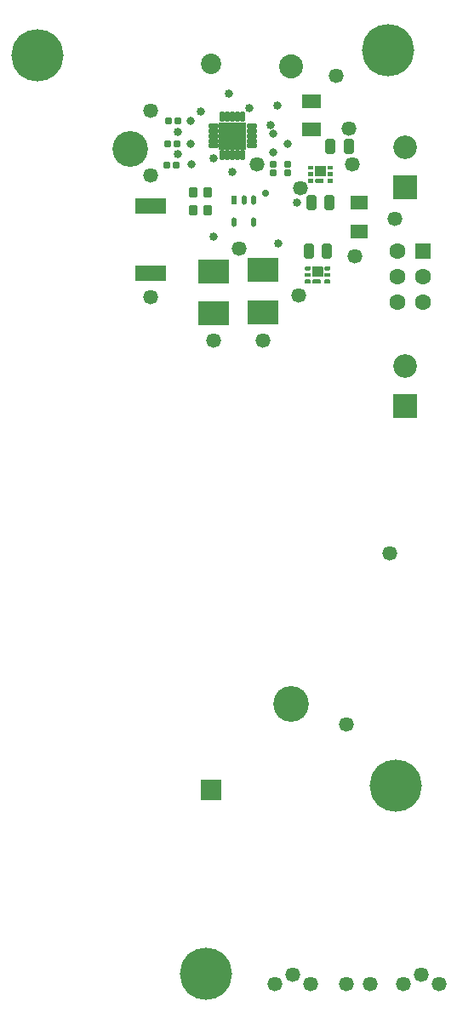
<source format=gbr>
G04*
G04 #@! TF.GenerationSoftware,Altium Limited,Altium Designer,23.10.1 (27)*
G04*
G04 Layer_Color=16711935*
%FSLAX42Y42*%
%MOMM*%
G71*
G04*
G04 #@! TF.SameCoordinates,D788F153-7B32-47A3-9728-DC68925F5BF0*
G04*
G04*
G04 #@! TF.FilePolarity,Negative*
G04*
G01*
G75*
%ADD24C,0.80*%
G04:AMPARAMS|DCode=25|XSize=0.75mm|YSize=0.7mm|CornerRadius=0.16mm|HoleSize=0mm|Usage=FLASHONLY|Rotation=90.000|XOffset=0mm|YOffset=0mm|HoleType=Round|Shape=RoundedRectangle|*
%AMROUNDEDRECTD25*
21,1,0.75,0.38,0,0,90.0*
21,1,0.43,0.70,0,0,90.0*
1,1,0.33,0.19,0.21*
1,1,0.33,0.19,-0.21*
1,1,0.33,-0.19,-0.21*
1,1,0.33,-0.19,0.21*
%
%ADD25ROUNDEDRECTD25*%
%ADD27R,2.35X2.35*%
%ADD28C,2.35*%
%ADD29C,1.60*%
%ADD30C,5.20*%
%ADD31R,1.60X1.60*%
%ADD32R,2.02X2.02*%
%ADD33C,2.02*%
%ADD34C,3.55*%
%ADD35C,2.39*%
%ADD36C,0.84*%
%ADD37C,1.47*%
%ADD38C,0.71*%
G04:AMPARAMS|DCode=80|XSize=0.94mm|YSize=0.49mm|CornerRadius=0.24mm|HoleSize=0mm|Usage=FLASHONLY|Rotation=270.000|XOffset=0mm|YOffset=0mm|HoleType=Round|Shape=RoundedRectangle|*
%AMROUNDEDRECTD80*
21,1,0.94,0.00,0,0,270.0*
21,1,0.45,0.49,0,0,270.0*
1,1,0.49,0.00,-0.23*
1,1,0.49,0.00,0.23*
1,1,0.49,0.00,0.23*
1,1,0.49,0.00,-0.23*
%
%ADD80ROUNDEDRECTD80*%
%ADD82R,0.49X0.94*%
%ADD83R,1.81X1.36*%
%ADD87R,1.95X1.35*%
%ADD88R,3.10X2.45*%
%ADD89R,3.10X1.65*%
%ADD90R,2.80X2.80*%
G04:AMPARAMS|DCode=91|XSize=1.09mm|YSize=0.46mm|CornerRadius=0.13mm|HoleSize=0mm|Usage=FLASHONLY|Rotation=90.000|XOffset=0mm|YOffset=0mm|HoleType=Round|Shape=RoundedRectangle|*
%AMROUNDEDRECTD91*
21,1,1.09,0.20,0,0,90.0*
21,1,0.83,0.46,0,0,90.0*
1,1,0.27,0.10,0.41*
1,1,0.27,0.10,-0.41*
1,1,0.27,-0.10,-0.41*
1,1,0.27,-0.10,0.41*
%
%ADD91ROUNDEDRECTD91*%
G04:AMPARAMS|DCode=92|XSize=1.09mm|YSize=0.46mm|CornerRadius=0.13mm|HoleSize=0mm|Usage=FLASHONLY|Rotation=180.000|XOffset=0mm|YOffset=0mm|HoleType=Round|Shape=RoundedRectangle|*
%AMROUNDEDRECTD92*
21,1,1.09,0.20,0,0,180.0*
21,1,0.83,0.46,0,0,180.0*
1,1,0.27,-0.41,0.10*
1,1,0.27,0.41,0.10*
1,1,0.27,0.41,-0.10*
1,1,0.27,-0.41,-0.10*
%
%ADD92ROUNDEDRECTD92*%
G04:AMPARAMS|DCode=93|XSize=0.75mm|YSize=0.7mm|CornerRadius=0.16mm|HoleSize=0mm|Usage=FLASHONLY|Rotation=0.000|XOffset=0mm|YOffset=0mm|HoleType=Round|Shape=RoundedRectangle|*
%AMROUNDEDRECTD93*
21,1,0.75,0.38,0,0,0.0*
21,1,0.43,0.70,0,0,0.0*
1,1,0.33,0.21,-0.19*
1,1,0.33,-0.21,-0.19*
1,1,0.33,-0.21,0.19*
1,1,0.33,0.21,0.19*
%
%ADD93ROUNDEDRECTD93*%
G04:AMPARAMS|DCode=94|XSize=1.5mm|YSize=0.96mm|CornerRadius=0.2mm|HoleSize=0mm|Usage=FLASHONLY|Rotation=90.000|XOffset=0mm|YOffset=0mm|HoleType=Round|Shape=RoundedRectangle|*
%AMROUNDEDRECTD94*
21,1,1.50,0.57,0,0,90.0*
21,1,1.11,0.96,0,0,90.0*
1,1,0.39,0.28,0.56*
1,1,0.39,0.28,-0.56*
1,1,0.39,-0.28,-0.56*
1,1,0.39,-0.28,0.56*
%
%ADD94ROUNDEDRECTD94*%
G04:AMPARAMS|DCode=95|XSize=0.96mm|YSize=0.86mm|CornerRadius=0.18mm|HoleSize=0mm|Usage=FLASHONLY|Rotation=90.000|XOffset=0mm|YOffset=0mm|HoleType=Round|Shape=RoundedRectangle|*
%AMROUNDEDRECTD95*
21,1,0.96,0.50,0,0,90.0*
21,1,0.59,0.86,0,0,90.0*
1,1,0.37,0.25,0.30*
1,1,0.37,0.25,-0.30*
1,1,0.37,-0.25,-0.30*
1,1,0.37,-0.25,0.30*
%
%ADD95ROUNDEDRECTD95*%
G36*
X683Y1863D02*
X683Y1863D01*
X684Y1863D01*
X684Y1863D01*
X685Y1863D01*
X685Y1863D01*
X686Y1862D01*
X686Y1862D01*
X687Y1862D01*
X687Y1862D01*
X688Y1861D01*
X688Y1861D01*
X689Y1861D01*
X689Y1860D01*
X689Y1860D01*
X690Y1860D01*
X690Y1859D01*
X690Y1859D01*
X691Y1858D01*
X691Y1858D01*
X691Y1858D01*
X692Y1857D01*
X692Y1857D01*
X692Y1856D01*
X692Y1856D01*
X692Y1855D01*
X692Y1855D01*
X692Y1854D01*
X692Y1854D01*
X692Y1853D01*
Y1833D01*
X692Y1832D01*
X692Y1832D01*
X692Y1831D01*
X692Y1831D01*
X692Y1830D01*
X692Y1830D01*
X692Y1829D01*
X692Y1829D01*
X691Y1828D01*
X691Y1828D01*
X691Y1828D01*
X690Y1827D01*
X690Y1827D01*
X690Y1826D01*
X689Y1826D01*
X689Y1826D01*
X689Y1825D01*
X688Y1825D01*
X688Y1825D01*
X687Y1824D01*
X687Y1824D01*
X686Y1824D01*
X686Y1824D01*
X685Y1823D01*
X685Y1823D01*
X684Y1823D01*
X684Y1823D01*
X683Y1823D01*
X683Y1823D01*
X682Y1823D01*
X647D01*
X647Y1823D01*
X646Y1823D01*
X646Y1823D01*
X645Y1823D01*
X645Y1823D01*
X644Y1823D01*
X644Y1824D01*
X643Y1824D01*
X643Y1824D01*
X642Y1824D01*
X642Y1825D01*
X642Y1825D01*
X641Y1825D01*
X641Y1826D01*
X640Y1826D01*
X640Y1826D01*
X640Y1827D01*
X639Y1827D01*
X639Y1828D01*
X639Y1828D01*
X638Y1828D01*
X638Y1829D01*
X638Y1829D01*
X638Y1830D01*
X638Y1830D01*
X638Y1831D01*
X638Y1831D01*
X637Y1832D01*
X637Y1832D01*
X637Y1833D01*
Y1853D01*
X637Y1854D01*
X637Y1854D01*
X638Y1855D01*
X638Y1855D01*
X638Y1856D01*
X638Y1856D01*
X638Y1857D01*
X638Y1857D01*
X638Y1858D01*
X639Y1858D01*
X639Y1858D01*
X639Y1859D01*
X640Y1859D01*
X640Y1860D01*
X640Y1860D01*
X641Y1860D01*
X641Y1861D01*
X642Y1861D01*
X642Y1861D01*
X642Y1862D01*
X643Y1862D01*
X643Y1862D01*
X644Y1862D01*
X644Y1863D01*
X645Y1863D01*
X645Y1863D01*
X646Y1863D01*
X646Y1863D01*
X647Y1863D01*
X647Y1863D01*
X682D01*
X683Y1863D01*
D02*
G37*
G36*
X488D02*
X488Y1863D01*
X489Y1863D01*
X489Y1863D01*
X490Y1863D01*
X490Y1863D01*
X491Y1862D01*
X491Y1862D01*
X492Y1862D01*
X492Y1862D01*
X493Y1861D01*
X493Y1861D01*
X494Y1861D01*
X494Y1860D01*
X494Y1860D01*
X495Y1860D01*
X495Y1859D01*
X495Y1859D01*
X496Y1858D01*
X496Y1858D01*
X496Y1858D01*
X497Y1857D01*
X497Y1857D01*
X497Y1856D01*
X497Y1856D01*
X497Y1855D01*
X497Y1855D01*
X497Y1854D01*
X497Y1854D01*
X497Y1853D01*
Y1833D01*
X497Y1832D01*
X497Y1832D01*
X497Y1831D01*
X497Y1831D01*
X497Y1830D01*
X497Y1830D01*
X497Y1829D01*
X497Y1829D01*
X496Y1828D01*
X496Y1828D01*
X496Y1828D01*
X495Y1827D01*
X495Y1827D01*
X495Y1826D01*
X494Y1826D01*
X494Y1826D01*
X494Y1825D01*
X493Y1825D01*
X493Y1825D01*
X492Y1824D01*
X492Y1824D01*
X491Y1824D01*
X491Y1824D01*
X490Y1823D01*
X490Y1823D01*
X489Y1823D01*
X489Y1823D01*
X488Y1823D01*
X488Y1823D01*
X487Y1823D01*
X452D01*
X452Y1823D01*
X451Y1823D01*
X451Y1823D01*
X450Y1823D01*
X450Y1823D01*
X449Y1823D01*
X449Y1824D01*
X448Y1824D01*
X448Y1824D01*
X447Y1824D01*
X447Y1825D01*
X447Y1825D01*
X446Y1825D01*
X446Y1826D01*
X445Y1826D01*
X445Y1826D01*
X445Y1827D01*
X444Y1827D01*
X444Y1828D01*
X444Y1828D01*
X443Y1828D01*
X443Y1829D01*
X443Y1829D01*
X443Y1830D01*
X443Y1830D01*
X443Y1831D01*
X443Y1831D01*
X442Y1832D01*
X442Y1832D01*
X442Y1833D01*
Y1853D01*
X442Y1854D01*
X442Y1854D01*
X443Y1855D01*
X443Y1855D01*
X443Y1856D01*
X443Y1856D01*
X443Y1857D01*
X443Y1857D01*
X443Y1858D01*
X444Y1858D01*
X444Y1858D01*
X444Y1859D01*
X445Y1859D01*
X445Y1860D01*
X445Y1860D01*
X446Y1860D01*
X446Y1861D01*
X447Y1861D01*
X447Y1861D01*
X447Y1862D01*
X448Y1862D01*
X448Y1862D01*
X449Y1862D01*
X449Y1863D01*
X450Y1863D01*
X450Y1863D01*
X451Y1863D01*
X451Y1863D01*
X452Y1863D01*
X452Y1863D01*
X487D01*
X488Y1863D01*
D02*
G37*
G36*
X683Y1798D02*
X683Y1798D01*
X684Y1798D01*
X684Y1798D01*
X685Y1798D01*
X685Y1798D01*
X686Y1797D01*
X686Y1797D01*
X687Y1797D01*
X687Y1797D01*
X688Y1796D01*
X688Y1796D01*
X689Y1796D01*
X689Y1795D01*
X689Y1795D01*
X690Y1795D01*
X690Y1794D01*
X690Y1794D01*
X691Y1793D01*
X691Y1793D01*
X691Y1793D01*
X692Y1792D01*
X692Y1792D01*
X692Y1791D01*
X692Y1791D01*
X692Y1790D01*
X692Y1790D01*
X692Y1789D01*
X692Y1789D01*
X692Y1788D01*
Y1768D01*
X692Y1767D01*
X692Y1767D01*
X692Y1766D01*
X692Y1766D01*
X692Y1765D01*
X692Y1765D01*
X692Y1764D01*
X692Y1764D01*
X691Y1763D01*
X691Y1763D01*
X691Y1763D01*
X690Y1762D01*
X690Y1762D01*
X690Y1761D01*
X689Y1761D01*
X689Y1761D01*
X689Y1760D01*
X688Y1760D01*
X688Y1760D01*
X687Y1759D01*
X687Y1759D01*
X686Y1759D01*
X686Y1759D01*
X685Y1758D01*
X685Y1758D01*
X684Y1758D01*
X684Y1758D01*
X683Y1758D01*
X683Y1758D01*
X682Y1758D01*
X647D01*
X647Y1758D01*
X646Y1758D01*
X646Y1758D01*
X645Y1758D01*
X645Y1758D01*
X644Y1758D01*
X644Y1759D01*
X643Y1759D01*
X643Y1759D01*
X642Y1759D01*
X642Y1760D01*
X642Y1760D01*
X641Y1760D01*
X641Y1761D01*
X640Y1761D01*
X640Y1761D01*
X640Y1762D01*
X639Y1762D01*
X639Y1763D01*
X639Y1763D01*
X638Y1763D01*
X638Y1764D01*
X638Y1764D01*
X638Y1765D01*
X638Y1765D01*
X638Y1766D01*
X638Y1766D01*
X637Y1767D01*
X637Y1767D01*
X637Y1768D01*
Y1788D01*
X637Y1789D01*
X637Y1789D01*
X638Y1790D01*
X638Y1790D01*
X638Y1791D01*
X638Y1791D01*
X638Y1792D01*
X638Y1792D01*
X638Y1793D01*
X639Y1793D01*
X639Y1793D01*
X639Y1794D01*
X640Y1794D01*
X640Y1795D01*
X640Y1795D01*
X641Y1795D01*
X641Y1796D01*
X642Y1796D01*
X642Y1796D01*
X642Y1797D01*
X643Y1797D01*
X643Y1797D01*
X644Y1797D01*
X644Y1798D01*
X645Y1798D01*
X645Y1798D01*
X646Y1798D01*
X646Y1798D01*
X647Y1798D01*
X647Y1798D01*
X682D01*
X683Y1798D01*
D02*
G37*
G36*
X613Y1863D02*
X613Y1863D01*
X614Y1863D01*
X614Y1863D01*
X615Y1863D01*
X615Y1863D01*
X616Y1862D01*
X616Y1862D01*
X617Y1862D01*
X617Y1862D01*
X618Y1861D01*
X618Y1861D01*
X619Y1861D01*
X619Y1860D01*
X619Y1860D01*
X620Y1860D01*
X620Y1859D01*
X620Y1859D01*
X621Y1858D01*
X621Y1858D01*
X621Y1858D01*
X622Y1857D01*
X622Y1857D01*
X622Y1856D01*
X622Y1856D01*
X622Y1855D01*
X622Y1855D01*
X622Y1854D01*
X622Y1854D01*
X622Y1853D01*
Y1768D01*
X622Y1767D01*
X622Y1767D01*
X622Y1766D01*
X622Y1766D01*
X622Y1765D01*
X622Y1765D01*
X622Y1764D01*
X622Y1764D01*
X621Y1763D01*
X621Y1763D01*
X621Y1763D01*
X620Y1762D01*
X620Y1762D01*
X620Y1761D01*
X619Y1761D01*
X619Y1761D01*
X619Y1760D01*
X618Y1760D01*
X618Y1760D01*
X617Y1759D01*
X617Y1759D01*
X616Y1759D01*
X616Y1759D01*
X615Y1758D01*
X615Y1758D01*
X614Y1758D01*
X614Y1758D01*
X613Y1758D01*
X613Y1758D01*
X612Y1758D01*
X522D01*
X522Y1758D01*
X521Y1758D01*
X521Y1758D01*
X520Y1758D01*
X520Y1758D01*
X519Y1758D01*
X519Y1759D01*
X518Y1759D01*
X518Y1759D01*
X517Y1759D01*
X517Y1760D01*
X517Y1760D01*
X516Y1760D01*
X516Y1761D01*
X515Y1761D01*
X515Y1761D01*
X515Y1762D01*
X514Y1762D01*
X514Y1763D01*
X514Y1763D01*
X513Y1763D01*
X513Y1764D01*
X513Y1764D01*
X513Y1765D01*
X513Y1765D01*
X513Y1766D01*
X513Y1766D01*
X512Y1767D01*
X512Y1767D01*
X512Y1768D01*
Y1853D01*
X512Y1854D01*
X512Y1854D01*
X513Y1855D01*
X513Y1855D01*
X513Y1856D01*
X513Y1856D01*
X513Y1857D01*
X513Y1857D01*
X513Y1858D01*
X514Y1858D01*
X514Y1858D01*
X514Y1859D01*
X515Y1859D01*
X515Y1860D01*
X515Y1860D01*
X516Y1860D01*
X516Y1861D01*
X517Y1861D01*
X517Y1861D01*
X517Y1862D01*
X518Y1862D01*
X518Y1862D01*
X519Y1862D01*
X519Y1863D01*
X520Y1863D01*
X520Y1863D01*
X521Y1863D01*
X521Y1863D01*
X522Y1863D01*
X522Y1863D01*
X612D01*
X613Y1863D01*
D02*
G37*
G36*
X488Y1798D02*
X488Y1798D01*
X489Y1798D01*
X489Y1798D01*
X490Y1798D01*
X490Y1798D01*
X491Y1797D01*
X491Y1797D01*
X492Y1797D01*
X492Y1797D01*
X493Y1796D01*
X493Y1796D01*
X494Y1796D01*
X494Y1795D01*
X494Y1795D01*
X495Y1795D01*
X495Y1794D01*
X495Y1794D01*
X496Y1793D01*
X496Y1793D01*
X496Y1793D01*
X497Y1792D01*
X497Y1792D01*
X497Y1791D01*
X497Y1791D01*
X497Y1790D01*
X497Y1790D01*
X497Y1789D01*
X497Y1789D01*
X497Y1788D01*
Y1768D01*
X497Y1767D01*
X497Y1767D01*
X497Y1766D01*
X497Y1766D01*
X497Y1765D01*
X497Y1765D01*
X497Y1764D01*
X497Y1764D01*
X496Y1763D01*
X496Y1763D01*
X496Y1763D01*
X495Y1762D01*
X495Y1762D01*
X495Y1761D01*
X494Y1761D01*
X494Y1761D01*
X494Y1760D01*
X493Y1760D01*
X493Y1760D01*
X492Y1759D01*
X492Y1759D01*
X491Y1759D01*
X491Y1759D01*
X490Y1758D01*
X490Y1758D01*
X489Y1758D01*
X489Y1758D01*
X488Y1758D01*
X488Y1758D01*
X487Y1758D01*
X452D01*
X452Y1758D01*
X451Y1758D01*
X451Y1758D01*
X450Y1758D01*
X450Y1758D01*
X449Y1758D01*
X449Y1759D01*
X448Y1759D01*
X448Y1759D01*
X447Y1759D01*
X447Y1760D01*
X447Y1760D01*
X446Y1760D01*
X446Y1761D01*
X445Y1761D01*
X445Y1761D01*
X445Y1762D01*
X444Y1762D01*
X444Y1763D01*
X444Y1763D01*
X443Y1763D01*
X443Y1764D01*
X443Y1764D01*
X443Y1765D01*
X443Y1765D01*
X443Y1766D01*
X443Y1766D01*
X442Y1767D01*
X442Y1767D01*
X442Y1768D01*
Y1788D01*
X442Y1789D01*
X442Y1789D01*
X443Y1790D01*
X443Y1790D01*
X443Y1791D01*
X443Y1791D01*
X443Y1792D01*
X443Y1792D01*
X443Y1793D01*
X444Y1793D01*
X444Y1793D01*
X444Y1794D01*
X445Y1794D01*
X445Y1795D01*
X445Y1795D01*
X446Y1795D01*
X446Y1796D01*
X447Y1796D01*
X447Y1796D01*
X447Y1797D01*
X448Y1797D01*
X448Y1797D01*
X449Y1797D01*
X449Y1798D01*
X450Y1798D01*
X450Y1798D01*
X451Y1798D01*
X451Y1798D01*
X452Y1798D01*
X452Y1798D01*
X487D01*
X488Y1798D01*
D02*
G37*
G36*
X683Y1733D02*
X683Y1733D01*
X684Y1733D01*
X684Y1733D01*
X685Y1733D01*
X685Y1733D01*
X686Y1732D01*
X686Y1732D01*
X687Y1732D01*
X687Y1732D01*
X688Y1731D01*
X688Y1731D01*
X689Y1731D01*
X689Y1730D01*
X689Y1730D01*
X690Y1730D01*
X690Y1729D01*
X690Y1729D01*
X691Y1728D01*
X691Y1728D01*
X691Y1728D01*
X692Y1727D01*
X692Y1727D01*
X692Y1726D01*
X692Y1726D01*
X692Y1725D01*
X692Y1725D01*
X692Y1724D01*
X692Y1724D01*
X692Y1723D01*
Y1703D01*
X692Y1702D01*
X692Y1702D01*
X692Y1701D01*
X692Y1701D01*
X692Y1700D01*
X692Y1700D01*
X692Y1699D01*
X692Y1699D01*
X691Y1698D01*
X691Y1698D01*
X691Y1698D01*
X690Y1697D01*
X690Y1697D01*
X690Y1696D01*
X689Y1696D01*
X689Y1696D01*
X689Y1695D01*
X688Y1695D01*
X688Y1695D01*
X687Y1694D01*
X687Y1694D01*
X686Y1694D01*
X686Y1694D01*
X685Y1693D01*
X685Y1693D01*
X684Y1693D01*
X684Y1693D01*
X683Y1693D01*
X683Y1693D01*
X682Y1693D01*
X647D01*
X647Y1693D01*
X646Y1693D01*
X646Y1693D01*
X645Y1693D01*
X645Y1693D01*
X644Y1693D01*
X644Y1694D01*
X643Y1694D01*
X643Y1694D01*
X642Y1694D01*
X642Y1695D01*
X642Y1695D01*
X641Y1695D01*
X641Y1696D01*
X640Y1696D01*
X640Y1696D01*
X640Y1697D01*
X639Y1697D01*
X639Y1698D01*
X639Y1698D01*
X638Y1698D01*
X638Y1699D01*
X638Y1699D01*
X638Y1700D01*
X638Y1700D01*
X638Y1701D01*
X638Y1701D01*
X637Y1702D01*
X637Y1702D01*
X637Y1703D01*
Y1723D01*
X637Y1724D01*
X637Y1724D01*
X638Y1725D01*
X638Y1725D01*
X638Y1726D01*
X638Y1726D01*
X638Y1727D01*
X638Y1727D01*
X638Y1728D01*
X639Y1728D01*
X639Y1728D01*
X639Y1729D01*
X640Y1729D01*
X640Y1730D01*
X640Y1730D01*
X641Y1730D01*
X641Y1731D01*
X642Y1731D01*
X642Y1731D01*
X642Y1732D01*
X643Y1732D01*
X643Y1732D01*
X644Y1732D01*
X644Y1733D01*
X645Y1733D01*
X645Y1733D01*
X646Y1733D01*
X646Y1733D01*
X647Y1733D01*
X647Y1733D01*
X682D01*
X683Y1733D01*
D02*
G37*
G36*
X591D02*
X591Y1733D01*
X592Y1733D01*
X592Y1733D01*
X593Y1733D01*
X593Y1733D01*
X594Y1732D01*
X594Y1732D01*
X595Y1732D01*
X595Y1732D01*
X596Y1731D01*
X596Y1731D01*
X597Y1731D01*
X597Y1730D01*
X597Y1730D01*
X598Y1730D01*
X598Y1729D01*
X598Y1729D01*
X599Y1728D01*
X599Y1728D01*
X599Y1728D01*
X600Y1727D01*
X600Y1727D01*
X600Y1726D01*
X600Y1726D01*
X600Y1725D01*
X600Y1725D01*
X600Y1724D01*
X600Y1724D01*
X600Y1723D01*
Y1703D01*
X600Y1702D01*
X600Y1702D01*
X600Y1701D01*
X600Y1701D01*
X600Y1700D01*
X600Y1700D01*
X600Y1699D01*
X600Y1699D01*
X599Y1698D01*
X599Y1698D01*
X599Y1698D01*
X598Y1697D01*
X598Y1697D01*
X598Y1696D01*
X597Y1696D01*
X597Y1696D01*
X597Y1695D01*
X596Y1695D01*
X596Y1695D01*
X595Y1694D01*
X595Y1694D01*
X594Y1694D01*
X594Y1694D01*
X593Y1693D01*
X593Y1693D01*
X592Y1693D01*
X592Y1693D01*
X591Y1693D01*
X591Y1693D01*
X590Y1693D01*
X525D01*
X525Y1693D01*
X524Y1693D01*
X524Y1693D01*
X523Y1693D01*
X523Y1693D01*
X522Y1693D01*
X522Y1694D01*
X521Y1694D01*
X521Y1694D01*
X520Y1694D01*
X520Y1695D01*
X520Y1695D01*
X519Y1695D01*
X519Y1696D01*
X518Y1696D01*
X518Y1696D01*
X518Y1697D01*
X517Y1697D01*
X517Y1698D01*
X517Y1698D01*
X516Y1698D01*
X516Y1699D01*
X516Y1699D01*
X516Y1700D01*
X516Y1700D01*
X516Y1701D01*
X516Y1701D01*
X515Y1702D01*
X515Y1702D01*
X515Y1703D01*
Y1723D01*
X515Y1724D01*
X515Y1724D01*
X516Y1725D01*
X516Y1725D01*
X516Y1726D01*
X516Y1726D01*
X516Y1727D01*
X516Y1727D01*
X516Y1728D01*
X517Y1728D01*
X517Y1728D01*
X517Y1729D01*
X518Y1729D01*
X518Y1730D01*
X518Y1730D01*
X519Y1730D01*
X519Y1731D01*
X520Y1731D01*
X520Y1731D01*
X520Y1732D01*
X521Y1732D01*
X521Y1732D01*
X522Y1732D01*
X522Y1733D01*
X523Y1733D01*
X523Y1733D01*
X524Y1733D01*
X524Y1733D01*
X525Y1733D01*
X525Y1733D01*
X590D01*
X591Y1733D01*
D02*
G37*
G36*
X488D02*
X488Y1733D01*
X489Y1733D01*
X489Y1733D01*
X490Y1733D01*
X490Y1733D01*
X491Y1732D01*
X491Y1732D01*
X492Y1732D01*
X492Y1732D01*
X493Y1731D01*
X493Y1731D01*
X494Y1731D01*
X494Y1730D01*
X494Y1730D01*
X495Y1730D01*
X495Y1729D01*
X495Y1729D01*
X496Y1728D01*
X496Y1728D01*
X496Y1728D01*
X497Y1727D01*
X497Y1727D01*
X497Y1726D01*
X497Y1726D01*
X497Y1725D01*
X497Y1725D01*
X497Y1724D01*
X497Y1724D01*
X497Y1723D01*
Y1703D01*
X497Y1702D01*
X497Y1702D01*
X497Y1701D01*
X497Y1701D01*
X497Y1700D01*
X497Y1700D01*
X497Y1699D01*
X497Y1699D01*
X496Y1698D01*
X496Y1698D01*
X496Y1698D01*
X495Y1697D01*
X495Y1697D01*
X495Y1696D01*
X494Y1696D01*
X494Y1696D01*
X494Y1695D01*
X493Y1695D01*
X493Y1695D01*
X492Y1694D01*
X492Y1694D01*
X491Y1694D01*
X491Y1694D01*
X490Y1693D01*
X490Y1693D01*
X489Y1693D01*
X489Y1693D01*
X488Y1693D01*
X488Y1693D01*
X487Y1693D01*
X452D01*
X452Y1693D01*
X451Y1693D01*
X451Y1693D01*
X450Y1693D01*
X450Y1693D01*
X449Y1693D01*
X449Y1694D01*
X448Y1694D01*
X448Y1694D01*
X447Y1694D01*
X447Y1695D01*
X447Y1695D01*
X446Y1695D01*
X446Y1696D01*
X445Y1696D01*
X445Y1696D01*
X445Y1697D01*
X444Y1697D01*
X444Y1698D01*
X444Y1698D01*
X443Y1698D01*
X443Y1699D01*
X443Y1699D01*
X443Y1700D01*
X443Y1700D01*
X443Y1701D01*
X443Y1701D01*
X442Y1702D01*
X442Y1702D01*
X442Y1703D01*
Y1723D01*
X442Y1724D01*
X442Y1724D01*
X443Y1725D01*
X443Y1725D01*
X443Y1726D01*
X443Y1726D01*
X443Y1727D01*
X443Y1727D01*
X443Y1728D01*
X444Y1728D01*
X444Y1728D01*
X444Y1729D01*
X445Y1729D01*
X445Y1730D01*
X445Y1730D01*
X446Y1730D01*
X446Y1731D01*
X447Y1731D01*
X447Y1731D01*
X447Y1732D01*
X448Y1732D01*
X448Y1732D01*
X449Y1732D01*
X449Y1733D01*
X450Y1733D01*
X450Y1733D01*
X451Y1733D01*
X451Y1733D01*
X452Y1733D01*
X452Y1733D01*
X487D01*
X488Y1733D01*
D02*
G37*
G36*
X712Y2866D02*
X713Y2866D01*
X713Y2866D01*
X714Y2866D01*
X714Y2866D01*
X715Y2866D01*
X715Y2866D01*
X716Y2865D01*
X716Y2865D01*
X717Y2865D01*
X717Y2865D01*
X718Y2864D01*
X718Y2864D01*
X719Y2864D01*
X719Y2863D01*
X719Y2863D01*
X720Y2863D01*
X720Y2862D01*
X720Y2862D01*
X721Y2861D01*
X721Y2861D01*
X721Y2860D01*
X721Y2860D01*
X721Y2859D01*
X722Y2859D01*
X722Y2858D01*
X722Y2858D01*
X722Y2857D01*
X722Y2857D01*
X722Y2856D01*
Y2836D01*
X722Y2836D01*
X722Y2835D01*
X722Y2835D01*
X722Y2834D01*
X722Y2834D01*
X721Y2833D01*
X721Y2833D01*
X721Y2832D01*
X721Y2832D01*
X721Y2831D01*
X720Y2831D01*
X720Y2830D01*
X720Y2830D01*
X719Y2830D01*
X719Y2829D01*
X719Y2829D01*
X718Y2829D01*
X718Y2828D01*
X717Y2828D01*
X717Y2828D01*
X716Y2827D01*
X716Y2827D01*
X715Y2827D01*
X715Y2827D01*
X714Y2827D01*
X714Y2827D01*
X713Y2826D01*
X713Y2826D01*
X712Y2826D01*
X712Y2826D01*
X677D01*
X676Y2826D01*
X676Y2826D01*
X675Y2826D01*
X675Y2827D01*
X674Y2827D01*
X674Y2827D01*
X673Y2827D01*
X673Y2827D01*
X672Y2827D01*
X672Y2828D01*
X671Y2828D01*
X671Y2828D01*
X671Y2829D01*
X670Y2829D01*
X670Y2829D01*
X669Y2830D01*
X669Y2830D01*
X669Y2830D01*
X669Y2831D01*
X668Y2831D01*
X668Y2832D01*
X668Y2832D01*
X668Y2833D01*
X667Y2833D01*
X667Y2834D01*
X667Y2834D01*
X667Y2835D01*
X667Y2835D01*
X667Y2836D01*
X667Y2836D01*
Y2856D01*
X667Y2857D01*
X667Y2857D01*
X667Y2858D01*
X667Y2858D01*
X667Y2859D01*
X667Y2859D01*
X668Y2860D01*
X668Y2860D01*
X668Y2861D01*
X668Y2861D01*
X669Y2862D01*
X669Y2862D01*
X669Y2863D01*
X669Y2863D01*
X670Y2863D01*
X670Y2864D01*
X671Y2864D01*
X671Y2864D01*
X671Y2865D01*
X672Y2865D01*
X672Y2865D01*
X673Y2865D01*
X673Y2866D01*
X674Y2866D01*
X674Y2866D01*
X675Y2866D01*
X675Y2866D01*
X676Y2866D01*
X676Y2866D01*
X677Y2866D01*
X712D01*
X712Y2866D01*
D02*
G37*
G36*
X517D02*
X518Y2866D01*
X518Y2866D01*
X519Y2866D01*
X519Y2866D01*
X520Y2866D01*
X520Y2866D01*
X521Y2865D01*
X521Y2865D01*
X522Y2865D01*
X522Y2865D01*
X523Y2864D01*
X523Y2864D01*
X524Y2864D01*
X524Y2863D01*
X524Y2863D01*
X525Y2863D01*
X525Y2862D01*
X525Y2862D01*
X526Y2861D01*
X526Y2861D01*
X526Y2860D01*
X526Y2860D01*
X526Y2859D01*
X527Y2859D01*
X527Y2858D01*
X527Y2858D01*
X527Y2857D01*
X527Y2857D01*
X527Y2856D01*
Y2836D01*
X527Y2836D01*
X527Y2835D01*
X527Y2835D01*
X527Y2834D01*
X527Y2834D01*
X526Y2833D01*
X526Y2833D01*
X526Y2832D01*
X526Y2832D01*
X526Y2831D01*
X525Y2831D01*
X525Y2830D01*
X525Y2830D01*
X524Y2830D01*
X524Y2829D01*
X524Y2829D01*
X523Y2829D01*
X523Y2828D01*
X522Y2828D01*
X522Y2828D01*
X521Y2827D01*
X521Y2827D01*
X520Y2827D01*
X520Y2827D01*
X519Y2827D01*
X519Y2827D01*
X518Y2826D01*
X518Y2826D01*
X517Y2826D01*
X517Y2826D01*
X482D01*
X481Y2826D01*
X481Y2826D01*
X480Y2826D01*
X480Y2827D01*
X479Y2827D01*
X479Y2827D01*
X478Y2827D01*
X478Y2827D01*
X477Y2827D01*
X477Y2828D01*
X476Y2828D01*
X476Y2828D01*
X476Y2829D01*
X475Y2829D01*
X475Y2829D01*
X474Y2830D01*
X474Y2830D01*
X474Y2830D01*
X474Y2831D01*
X473Y2831D01*
X473Y2832D01*
X473Y2832D01*
X473Y2833D01*
X472Y2833D01*
X472Y2834D01*
X472Y2834D01*
X472Y2835D01*
X472Y2835D01*
X472Y2836D01*
X472Y2836D01*
Y2856D01*
X472Y2857D01*
X472Y2857D01*
X472Y2858D01*
X472Y2858D01*
X472Y2859D01*
X472Y2859D01*
X473Y2860D01*
X473Y2860D01*
X473Y2861D01*
X473Y2861D01*
X474Y2862D01*
X474Y2862D01*
X474Y2863D01*
X474Y2863D01*
X475Y2863D01*
X475Y2864D01*
X476Y2864D01*
X476Y2864D01*
X476Y2865D01*
X477Y2865D01*
X477Y2865D01*
X478Y2865D01*
X478Y2866D01*
X479Y2866D01*
X479Y2866D01*
X480Y2866D01*
X480Y2866D01*
X481Y2866D01*
X481Y2866D01*
X482Y2866D01*
X517D01*
X517Y2866D01*
D02*
G37*
G36*
X712Y2801D02*
X713Y2801D01*
X713Y2801D01*
X714Y2801D01*
X714Y2801D01*
X715Y2801D01*
X715Y2801D01*
X716Y2800D01*
X716Y2800D01*
X717Y2800D01*
X717Y2800D01*
X718Y2799D01*
X718Y2799D01*
X719Y2799D01*
X719Y2798D01*
X719Y2798D01*
X720Y2798D01*
X720Y2797D01*
X720Y2797D01*
X721Y2796D01*
X721Y2796D01*
X721Y2795D01*
X721Y2795D01*
X721Y2794D01*
X722Y2794D01*
X722Y2793D01*
X722Y2793D01*
X722Y2792D01*
X722Y2792D01*
X722Y2791D01*
Y2771D01*
X722Y2771D01*
X722Y2770D01*
X722Y2770D01*
X722Y2769D01*
X722Y2769D01*
X721Y2768D01*
X721Y2768D01*
X721Y2767D01*
X721Y2767D01*
X721Y2766D01*
X720Y2766D01*
X720Y2765D01*
X720Y2765D01*
X719Y2765D01*
X719Y2764D01*
X719Y2764D01*
X718Y2764D01*
X718Y2763D01*
X717Y2763D01*
X717Y2763D01*
X716Y2762D01*
X716Y2762D01*
X715Y2762D01*
X715Y2762D01*
X714Y2762D01*
X714Y2762D01*
X713Y2761D01*
X713Y2761D01*
X712Y2761D01*
X712Y2761D01*
X677D01*
X676Y2761D01*
X676Y2761D01*
X675Y2761D01*
X675Y2762D01*
X674Y2762D01*
X674Y2762D01*
X673Y2762D01*
X673Y2762D01*
X672Y2762D01*
X672Y2763D01*
X671Y2763D01*
X671Y2763D01*
X671Y2764D01*
X670Y2764D01*
X670Y2764D01*
X669Y2765D01*
X669Y2765D01*
X669Y2765D01*
X669Y2766D01*
X668Y2766D01*
X668Y2767D01*
X668Y2767D01*
X668Y2768D01*
X667Y2768D01*
X667Y2769D01*
X667Y2769D01*
X667Y2770D01*
X667Y2770D01*
X667Y2771D01*
X667Y2771D01*
Y2791D01*
X667Y2792D01*
X667Y2792D01*
X667Y2793D01*
X667Y2793D01*
X667Y2794D01*
X667Y2794D01*
X668Y2795D01*
X668Y2795D01*
X668Y2796D01*
X668Y2796D01*
X669Y2797D01*
X669Y2797D01*
X669Y2798D01*
X669Y2798D01*
X670Y2798D01*
X670Y2799D01*
X671Y2799D01*
X671Y2799D01*
X671Y2800D01*
X672Y2800D01*
X672Y2800D01*
X673Y2800D01*
X673Y2801D01*
X674Y2801D01*
X674Y2801D01*
X675Y2801D01*
X675Y2801D01*
X676Y2801D01*
X676Y2801D01*
X677Y2801D01*
X712D01*
X712Y2801D01*
D02*
G37*
G36*
X642Y2866D02*
X643Y2866D01*
X643Y2866D01*
X644Y2866D01*
X644Y2866D01*
X645Y2866D01*
X645Y2866D01*
X646Y2865D01*
X646Y2865D01*
X647Y2865D01*
X647Y2865D01*
X648Y2864D01*
X648Y2864D01*
X649Y2864D01*
X649Y2863D01*
X649Y2863D01*
X650Y2863D01*
X650Y2862D01*
X650Y2862D01*
X651Y2861D01*
X651Y2861D01*
X651Y2860D01*
X651Y2860D01*
X651Y2859D01*
X652Y2859D01*
X652Y2858D01*
X652Y2858D01*
X652Y2857D01*
X652Y2857D01*
X652Y2856D01*
Y2771D01*
X652Y2771D01*
X652Y2770D01*
X652Y2770D01*
X652Y2769D01*
X652Y2769D01*
X651Y2768D01*
X651Y2768D01*
X651Y2767D01*
X651Y2767D01*
X651Y2766D01*
X650Y2766D01*
X650Y2765D01*
X650Y2765D01*
X649Y2765D01*
X649Y2764D01*
X649Y2764D01*
X648Y2764D01*
X648Y2763D01*
X647Y2763D01*
X647Y2763D01*
X646Y2762D01*
X646Y2762D01*
X645Y2762D01*
X645Y2762D01*
X644Y2762D01*
X644Y2762D01*
X643Y2761D01*
X643Y2761D01*
X642Y2761D01*
X642Y2761D01*
X552D01*
X551Y2761D01*
X551Y2761D01*
X550Y2761D01*
X550Y2762D01*
X549Y2762D01*
X549Y2762D01*
X548Y2762D01*
X548Y2762D01*
X547Y2762D01*
X547Y2763D01*
X546Y2763D01*
X546Y2763D01*
X546Y2764D01*
X545Y2764D01*
X545Y2764D01*
X544Y2765D01*
X544Y2765D01*
X544Y2765D01*
X544Y2766D01*
X543Y2766D01*
X543Y2767D01*
X543Y2767D01*
X543Y2768D01*
X542Y2768D01*
X542Y2769D01*
X542Y2769D01*
X542Y2770D01*
X542Y2770D01*
X542Y2771D01*
X542Y2771D01*
Y2856D01*
X542Y2857D01*
X542Y2857D01*
X542Y2858D01*
X542Y2858D01*
X542Y2859D01*
X542Y2859D01*
X543Y2860D01*
X543Y2860D01*
X543Y2861D01*
X543Y2861D01*
X544Y2862D01*
X544Y2862D01*
X544Y2863D01*
X544Y2863D01*
X545Y2863D01*
X545Y2864D01*
X546Y2864D01*
X546Y2864D01*
X546Y2865D01*
X547Y2865D01*
X547Y2865D01*
X548Y2865D01*
X548Y2866D01*
X549Y2866D01*
X549Y2866D01*
X550Y2866D01*
X550Y2866D01*
X551Y2866D01*
X551Y2866D01*
X552Y2866D01*
X642D01*
X642Y2866D01*
D02*
G37*
G36*
X517Y2801D02*
X518Y2801D01*
X518Y2801D01*
X519Y2801D01*
X519Y2801D01*
X520Y2801D01*
X520Y2801D01*
X521Y2800D01*
X521Y2800D01*
X522Y2800D01*
X522Y2800D01*
X523Y2799D01*
X523Y2799D01*
X524Y2799D01*
X524Y2798D01*
X524Y2798D01*
X525Y2798D01*
X525Y2797D01*
X525Y2797D01*
X526Y2796D01*
X526Y2796D01*
X526Y2795D01*
X526Y2795D01*
X526Y2794D01*
X527Y2794D01*
X527Y2793D01*
X527Y2793D01*
X527Y2792D01*
X527Y2792D01*
X527Y2791D01*
Y2771D01*
X527Y2771D01*
X527Y2770D01*
X527Y2770D01*
X527Y2769D01*
X527Y2769D01*
X526Y2768D01*
X526Y2768D01*
X526Y2767D01*
X526Y2767D01*
X526Y2766D01*
X525Y2766D01*
X525Y2765D01*
X525Y2765D01*
X524Y2765D01*
X524Y2764D01*
X524Y2764D01*
X523Y2764D01*
X523Y2763D01*
X522Y2763D01*
X522Y2763D01*
X521Y2762D01*
X521Y2762D01*
X520Y2762D01*
X520Y2762D01*
X519Y2762D01*
X519Y2762D01*
X518Y2761D01*
X518Y2761D01*
X517Y2761D01*
X517Y2761D01*
X482D01*
X481Y2761D01*
X481Y2761D01*
X480Y2761D01*
X480Y2762D01*
X479Y2762D01*
X479Y2762D01*
X478Y2762D01*
X478Y2762D01*
X477Y2762D01*
X477Y2763D01*
X476Y2763D01*
X476Y2763D01*
X476Y2764D01*
X475Y2764D01*
X475Y2764D01*
X474Y2765D01*
X474Y2765D01*
X474Y2765D01*
X474Y2766D01*
X473Y2766D01*
X473Y2767D01*
X473Y2767D01*
X473Y2768D01*
X472Y2768D01*
X472Y2769D01*
X472Y2769D01*
X472Y2770D01*
X472Y2770D01*
X472Y2771D01*
X472Y2771D01*
Y2791D01*
X472Y2792D01*
X472Y2792D01*
X472Y2793D01*
X472Y2793D01*
X472Y2794D01*
X472Y2794D01*
X473Y2795D01*
X473Y2795D01*
X473Y2796D01*
X473Y2796D01*
X474Y2797D01*
X474Y2797D01*
X474Y2798D01*
X474Y2798D01*
X475Y2798D01*
X475Y2799D01*
X476Y2799D01*
X476Y2799D01*
X476Y2800D01*
X477Y2800D01*
X477Y2800D01*
X478Y2800D01*
X478Y2801D01*
X479Y2801D01*
X479Y2801D01*
X480Y2801D01*
X480Y2801D01*
X481Y2801D01*
X481Y2801D01*
X482Y2801D01*
X517D01*
X517Y2801D01*
D02*
G37*
G36*
X712Y2736D02*
X713Y2736D01*
X713Y2736D01*
X714Y2736D01*
X714Y2736D01*
X715Y2736D01*
X715Y2736D01*
X716Y2735D01*
X716Y2735D01*
X717Y2735D01*
X717Y2735D01*
X718Y2734D01*
X718Y2734D01*
X719Y2734D01*
X719Y2733D01*
X719Y2733D01*
X720Y2733D01*
X720Y2732D01*
X720Y2732D01*
X721Y2731D01*
X721Y2731D01*
X721Y2730D01*
X721Y2730D01*
X721Y2729D01*
X722Y2729D01*
X722Y2728D01*
X722Y2728D01*
X722Y2727D01*
X722Y2727D01*
X722Y2726D01*
Y2706D01*
X722Y2706D01*
X722Y2705D01*
X722Y2705D01*
X722Y2704D01*
X722Y2704D01*
X721Y2703D01*
X721Y2703D01*
X721Y2702D01*
X721Y2702D01*
X721Y2701D01*
X720Y2701D01*
X720Y2700D01*
X720Y2700D01*
X719Y2700D01*
X719Y2699D01*
X719Y2699D01*
X718Y2699D01*
X718Y2698D01*
X717Y2698D01*
X717Y2698D01*
X716Y2697D01*
X716Y2697D01*
X715Y2697D01*
X715Y2697D01*
X714Y2697D01*
X714Y2697D01*
X713Y2696D01*
X713Y2696D01*
X712Y2696D01*
X712Y2696D01*
X677D01*
X676Y2696D01*
X676Y2696D01*
X675Y2696D01*
X675Y2697D01*
X674Y2697D01*
X674Y2697D01*
X673Y2697D01*
X673Y2697D01*
X672Y2697D01*
X672Y2698D01*
X671Y2698D01*
X671Y2698D01*
X671Y2699D01*
X670Y2699D01*
X670Y2699D01*
X669Y2700D01*
X669Y2700D01*
X669Y2700D01*
X669Y2701D01*
X668Y2701D01*
X668Y2702D01*
X668Y2702D01*
X668Y2703D01*
X667Y2703D01*
X667Y2704D01*
X667Y2704D01*
X667Y2705D01*
X667Y2705D01*
X667Y2706D01*
X667Y2706D01*
Y2726D01*
X667Y2727D01*
X667Y2727D01*
X667Y2728D01*
X667Y2728D01*
X667Y2729D01*
X667Y2729D01*
X668Y2730D01*
X668Y2730D01*
X668Y2731D01*
X668Y2731D01*
X669Y2732D01*
X669Y2732D01*
X669Y2733D01*
X669Y2733D01*
X670Y2733D01*
X670Y2734D01*
X671Y2734D01*
X671Y2734D01*
X671Y2735D01*
X672Y2735D01*
X672Y2735D01*
X673Y2735D01*
X673Y2736D01*
X674Y2736D01*
X674Y2736D01*
X675Y2736D01*
X675Y2736D01*
X676Y2736D01*
X676Y2736D01*
X677Y2736D01*
X712D01*
X712Y2736D01*
D02*
G37*
G36*
X620D02*
X621Y2736D01*
X621Y2736D01*
X622Y2736D01*
X622Y2736D01*
X623Y2736D01*
X623Y2736D01*
X624Y2735D01*
X624Y2735D01*
X625Y2735D01*
X625Y2735D01*
X626Y2734D01*
X626Y2734D01*
X627Y2734D01*
X627Y2733D01*
X627Y2733D01*
X628Y2733D01*
X628Y2732D01*
X628Y2732D01*
X629Y2731D01*
X629Y2731D01*
X629Y2730D01*
X629Y2730D01*
X629Y2729D01*
X630Y2729D01*
X630Y2728D01*
X630Y2728D01*
X630Y2727D01*
X630Y2727D01*
X630Y2726D01*
Y2706D01*
X630Y2706D01*
X630Y2705D01*
X630Y2705D01*
X630Y2704D01*
X630Y2704D01*
X629Y2703D01*
X629Y2703D01*
X629Y2702D01*
X629Y2702D01*
X629Y2701D01*
X628Y2701D01*
X628Y2700D01*
X628Y2700D01*
X627Y2700D01*
X627Y2699D01*
X627Y2699D01*
X626Y2699D01*
X626Y2698D01*
X625Y2698D01*
X625Y2698D01*
X624Y2697D01*
X624Y2697D01*
X623Y2697D01*
X623Y2697D01*
X622Y2697D01*
X622Y2697D01*
X621Y2696D01*
X621Y2696D01*
X620Y2696D01*
X620Y2696D01*
X555D01*
X554Y2696D01*
X554Y2696D01*
X553Y2696D01*
X553Y2697D01*
X552Y2697D01*
X552Y2697D01*
X551Y2697D01*
X551Y2697D01*
X550Y2697D01*
X550Y2698D01*
X549Y2698D01*
X549Y2698D01*
X549Y2699D01*
X548Y2699D01*
X548Y2699D01*
X547Y2700D01*
X547Y2700D01*
X547Y2700D01*
X547Y2701D01*
X546Y2701D01*
X546Y2702D01*
X546Y2702D01*
X546Y2703D01*
X545Y2703D01*
X545Y2704D01*
X545Y2704D01*
X545Y2705D01*
X545Y2705D01*
X545Y2706D01*
X545Y2706D01*
Y2726D01*
X545Y2727D01*
X545Y2727D01*
X545Y2728D01*
X545Y2728D01*
X545Y2729D01*
X545Y2729D01*
X546Y2730D01*
X546Y2730D01*
X546Y2731D01*
X546Y2731D01*
X547Y2732D01*
X547Y2732D01*
X547Y2733D01*
X547Y2733D01*
X548Y2733D01*
X548Y2734D01*
X549Y2734D01*
X549Y2734D01*
X549Y2735D01*
X550Y2735D01*
X550Y2735D01*
X551Y2735D01*
X551Y2736D01*
X552Y2736D01*
X552Y2736D01*
X553Y2736D01*
X553Y2736D01*
X554Y2736D01*
X554Y2736D01*
X555Y2736D01*
X620D01*
X620Y2736D01*
D02*
G37*
G36*
X517D02*
X518Y2736D01*
X518Y2736D01*
X519Y2736D01*
X519Y2736D01*
X520Y2736D01*
X520Y2736D01*
X521Y2735D01*
X521Y2735D01*
X522Y2735D01*
X522Y2735D01*
X523Y2734D01*
X523Y2734D01*
X524Y2734D01*
X524Y2733D01*
X524Y2733D01*
X525Y2733D01*
X525Y2732D01*
X525Y2732D01*
X526Y2731D01*
X526Y2731D01*
X526Y2730D01*
X526Y2730D01*
X526Y2729D01*
X527Y2729D01*
X527Y2728D01*
X527Y2728D01*
X527Y2727D01*
X527Y2727D01*
X527Y2726D01*
Y2706D01*
X527Y2706D01*
X527Y2705D01*
X527Y2705D01*
X527Y2704D01*
X527Y2704D01*
X526Y2703D01*
X526Y2703D01*
X526Y2702D01*
X526Y2702D01*
X526Y2701D01*
X525Y2701D01*
X525Y2700D01*
X525Y2700D01*
X524Y2700D01*
X524Y2699D01*
X524Y2699D01*
X523Y2699D01*
X523Y2698D01*
X522Y2698D01*
X522Y2698D01*
X521Y2697D01*
X521Y2697D01*
X520Y2697D01*
X520Y2697D01*
X519Y2697D01*
X519Y2697D01*
X518Y2696D01*
X518Y2696D01*
X517Y2696D01*
X517Y2696D01*
X482D01*
X481Y2696D01*
X481Y2696D01*
X480Y2696D01*
X480Y2697D01*
X479Y2697D01*
X479Y2697D01*
X478Y2697D01*
X478Y2697D01*
X477Y2697D01*
X477Y2698D01*
X476Y2698D01*
X476Y2698D01*
X476Y2699D01*
X475Y2699D01*
X475Y2699D01*
X474Y2700D01*
X474Y2700D01*
X474Y2700D01*
X474Y2701D01*
X473Y2701D01*
X473Y2702D01*
X473Y2702D01*
X473Y2703D01*
X472Y2703D01*
X472Y2704D01*
X472Y2704D01*
X472Y2705D01*
X472Y2705D01*
X472Y2706D01*
X472Y2706D01*
Y2726D01*
X472Y2727D01*
X472Y2727D01*
X472Y2728D01*
X472Y2728D01*
X472Y2729D01*
X472Y2729D01*
X473Y2730D01*
X473Y2730D01*
X473Y2731D01*
X473Y2731D01*
X474Y2732D01*
X474Y2732D01*
X474Y2733D01*
X474Y2733D01*
X475Y2733D01*
X475Y2734D01*
X476Y2734D01*
X476Y2734D01*
X476Y2735D01*
X477Y2735D01*
X477Y2735D01*
X478Y2735D01*
X478Y2736D01*
X479Y2736D01*
X479Y2736D01*
X480Y2736D01*
X480Y2736D01*
X481Y2736D01*
X481Y2736D01*
X482Y2736D01*
X517D01*
X517Y2736D01*
D02*
G37*
D24*
X127Y3188D02*
D03*
X-699Y3315D02*
D03*
Y3086D02*
D03*
X127Y2997D02*
D03*
X267Y3086D02*
D03*
X-686Y2883D02*
D03*
D25*
X-838Y2870D02*
D03*
X-928D02*
D03*
X-831Y3086D02*
D03*
X-921D02*
D03*
X-915Y3315D02*
D03*
X-826D02*
D03*
D27*
X1435Y475D02*
D03*
X1435Y2652D02*
D03*
D28*
X1435Y871D02*
D03*
X1435Y3048D02*
D03*
D29*
X1359Y1765D02*
D03*
Y2019D02*
D03*
X1613Y1511D02*
D03*
Y1765D02*
D03*
X1359Y1511D02*
D03*
D30*
X-2223Y3962D02*
D03*
X-546Y-5169D02*
D03*
X1346Y-3302D02*
D03*
X1270Y4013D02*
D03*
D31*
X1613Y2019D02*
D03*
D32*
X-495Y-3340D02*
D03*
D33*
Y3882D02*
D03*
D34*
X-1295Y3031D02*
D03*
X305Y-2489D02*
D03*
D35*
Y3851D02*
D03*
D36*
X-597Y3404D02*
D03*
X172Y3461D02*
D03*
X103Y3271D02*
D03*
X-109Y3436D02*
D03*
X-279Y2807D02*
D03*
X-468Y2942D02*
D03*
X362Y2502D02*
D03*
X-470Y2159D02*
D03*
X-823Y3200D02*
D03*
X-823Y2979D02*
D03*
X178Y2095D02*
D03*
X-317Y3581D02*
D03*
D37*
X317Y-5182D02*
D03*
X1600D02*
D03*
X1778Y-5271D02*
D03*
X1092D02*
D03*
X495D02*
D03*
X1422D02*
D03*
X851D02*
D03*
X140D02*
D03*
X-38Y2883D02*
D03*
X1337Y2340D02*
D03*
X394Y2642D02*
D03*
X940Y1968D02*
D03*
X914Y2883D02*
D03*
X-216Y2045D02*
D03*
X-1092Y2769D02*
D03*
Y1562D02*
D03*
X876Y3238D02*
D03*
X-1092Y3416D02*
D03*
X25Y1130D02*
D03*
X-470D02*
D03*
X851Y-2692D02*
D03*
X1283Y-991D02*
D03*
X749Y3759D02*
D03*
X381Y1575D02*
D03*
D38*
X51Y2591D02*
D03*
D80*
X-260Y2301D02*
D03*
X-70D02*
D03*
Y2525D02*
D03*
X-165D02*
D03*
D82*
X-260D02*
D03*
D83*
X978Y2207D02*
D03*
Y2502D02*
D03*
D87*
X508Y3225D02*
D03*
Y3505D02*
D03*
D88*
X-470Y1396D02*
D03*
Y1816D02*
D03*
X25Y1829D02*
D03*
Y1409D02*
D03*
D89*
X-1092Y1799D02*
D03*
Y2464D02*
D03*
D90*
X-279Y3162D02*
D03*
D91*
X-179Y2971D02*
D03*
X-229D02*
D03*
X-279D02*
D03*
X-379D02*
D03*
X-329Y3353D02*
D03*
X-279D02*
D03*
X-229D02*
D03*
X-179D02*
D03*
X-329Y2971D02*
D03*
X-379Y3353D02*
D03*
D92*
X-88Y3212D02*
D03*
Y3162D02*
D03*
Y3112D02*
D03*
Y3062D02*
D03*
X-470D02*
D03*
Y3112D02*
D03*
Y3212D02*
D03*
Y3262D02*
D03*
X-88D02*
D03*
X-470Y3162D02*
D03*
D93*
X127Y2793D02*
D03*
Y2883D02*
D03*
X267Y2793D02*
D03*
Y2883D02*
D03*
D94*
X481Y2019D02*
D03*
X660D02*
D03*
X507Y2502D02*
D03*
X686D02*
D03*
X697Y3061D02*
D03*
X876D02*
D03*
D95*
X-527Y2421D02*
D03*
X-667D02*
D03*
X-527Y2603D02*
D03*
X-667D02*
D03*
M02*

</source>
